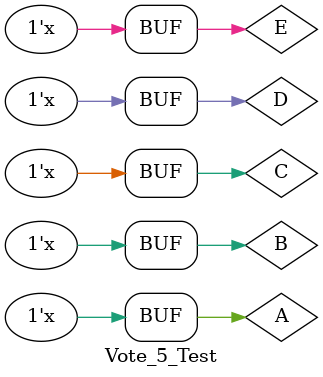
<source format=v>
`timescale 1ns / 1ps


module Vote_5_Test;
	reg A,B,C,D,E;
	wire F;

	//引用要测试的Vote_5模块，产生一个实例uut
	Vote_5 uut (
		.A(A), 
		.B(B), 
		.C(C), 
		.D(D), 
		.E(E), 
		.F(F)
	);
/*下面是枚举，比较繁琐
	initial begin
		// Initialize Inputs
		A = 0;B = 0;C = 0;D = 0;E = 0;
		#100;
      {A,B,C,D,E}=5'd1;  
		#100;
      {A,B,C,D,E}=5'd2;  
		#100;
      {A,B,C,D,E}=5'd3;  
		#100;
      {A,B,C,D,E}=5'd4;  
		#100;
      {A,B,C,D,E}=5'd5;  
		#100;
      {A,B,C,D,E}=5'd6;  
		#100;
      {A,B,C,D,E}=5'd7;  
		#100;
      {A,B,C,D,E}=5'd8;  
		#100;
      {A,B,C,D,E}=5'd9;  
		#100;
      {A,B,C,D,E}=5'd10;  
		#100;
      {A,B,C,D,E}=5'd11;  
		#100;
      {A,B,C,D,E}=5'd12;  
		#100;
      {A,B,C,D,E}=5'd13;  
		#100;
      {A,B,C,D,E}=5'd14;  
		#100;
      {A,B,C,D,E}=5'd15;  
		#100;
      {A,B,C,D,E}=5'd16;  
		#100;
      {A,B,C,D,E}=5'd17;  
		#100;
      {A,B,C,D,E}=5'd18;  
		#100;
      {A,B,C,D,E}=5'd19;  
		#100;
      {A,B,C,D,E}=5'd20;  
		#100;
      {A,B,C,D,E}=5'd21;  
		#100;
      {A,B,C,D,E}=5'd22;  
		#100;
      {A,B,C,D,E}=5'd23;  
		#100;
      {A,B,C,D,E}=5'd24;  
		#100;
      {A,B,C,D,E}=5'd25;  
		#100;
      {A,B,C,D,E}=5'd26;  
		#100;
      {A,B,C,D,E}=5'd27;  
		#100;
      {A,B,C,D,E}=5'd28;  
		#100;
      {A,B,C,D,E}=5'd29;  
		#100;
      {A,B,C,D,E}=5'd30;  
		#100;
      {A,B,C,D,E}=5'd31;  
	end
 */

//======也可以通过always语句枚举，相对简洁================
    initial
        {A,B,C,D,E}=5'b0;
        
	always
	begin
		#100;
		{A,B,C,D,E}={A,B,C,D,E} + 1'b1;
	end
endmodule

</source>
